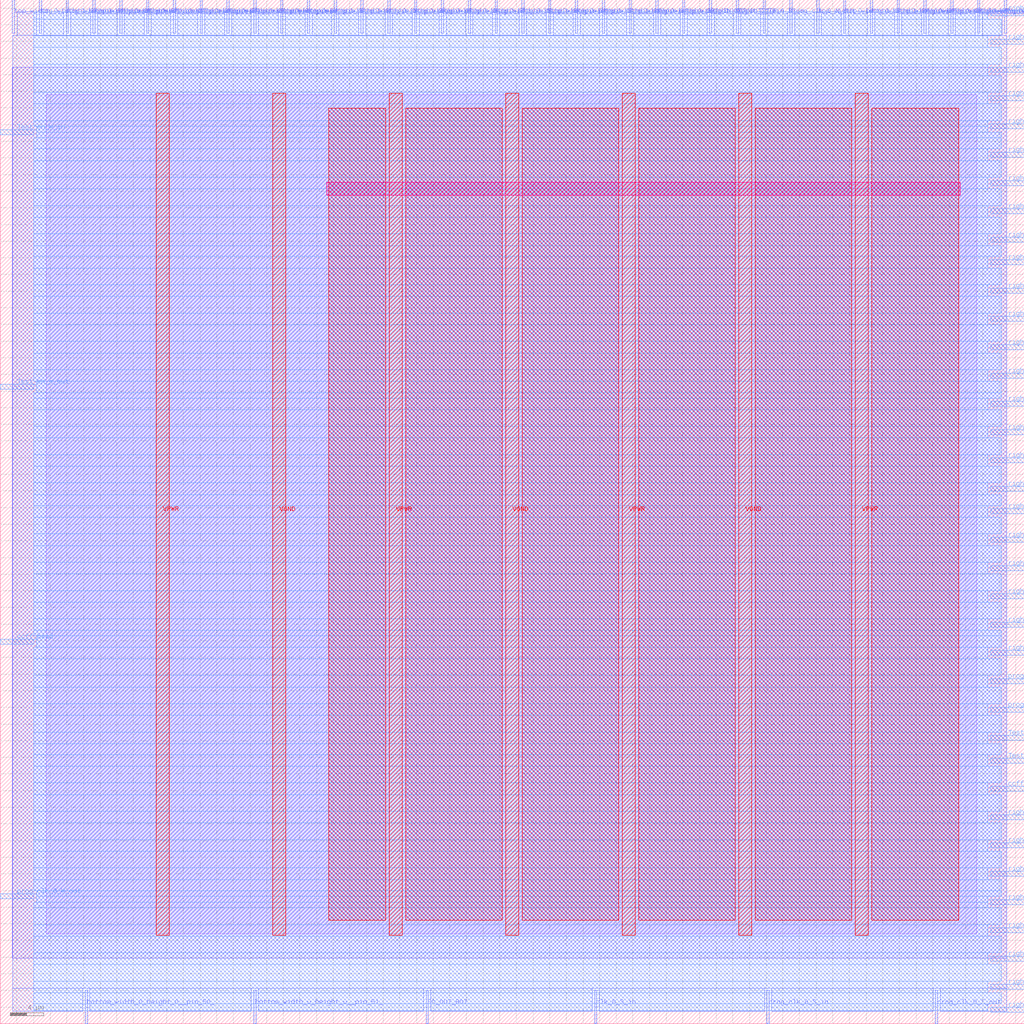
<source format=lef>
VERSION 5.7 ;
  NOWIREEXTENSIONATPIN ON ;
  DIVIDERCHAR "/" ;
  BUSBITCHARS "[]" ;
MACRO grid_clb
  CLASS BLOCK ;
  FOREIGN grid_clb ;
  ORIGIN 0.000 0.000 ;
  SIZE 123.000 BY 123.000 ;
  PIN SC_IN_TOP
    DIRECTION INPUT ;
    USE SIGNAL ;
    PORT
      LAYER met2 ;
        RECT 85.190 119.000 85.470 123.000 ;
    END
  END SC_IN_TOP
  PIN SC_OUT_BOT
    DIRECTION OUTPUT TRISTATE ;
    USE SIGNAL ;
    PORT
      LAYER met2 ;
        RECT 51.150 0.000 51.430 4.000 ;
    END
  END SC_OUT_BOT
  PIN SC_OUT_TOP
    DIRECTION OUTPUT TRISTATE ;
    USE SIGNAL ;
    PORT
      LAYER met2 ;
        RECT 88.410 119.000 88.690 123.000 ;
    END
  END SC_OUT_TOP
  PIN Test_en_E_in
    DIRECTION INPUT ;
    USE SIGNAL ;
    PORT
      LAYER met3 ;
        RECT 119.000 34.040 123.000 34.640 ;
    END
  END Test_en_E_in
  PIN Test_en_E_out
    DIRECTION OUTPUT TRISTATE ;
    USE SIGNAL ;
    PORT
      LAYER met3 ;
        RECT 119.000 31.320 123.000 31.920 ;
    END
  END Test_en_E_out
  PIN Test_en_W_in
    DIRECTION INPUT ;
    USE SIGNAL ;
    PORT
      LAYER met3 ;
        RECT 0.000 106.800 4.000 107.400 ;
    END
  END Test_en_W_in
  PIN Test_en_W_out
    DIRECTION OUTPUT TRISTATE ;
    USE SIGNAL ;
    PORT
      LAYER met3 ;
        RECT 0.000 76.200 4.000 76.800 ;
    END
  END Test_en_W_out
  PIN VGND
    DIRECTION INPUT ;
    USE GROUND ;
    PORT
      LAYER met4 ;
        RECT 32.710 10.640 34.310 111.760 ;
    END
    PORT
      LAYER met4 ;
        RECT 60.700 10.640 62.300 111.760 ;
    END
    PORT
      LAYER met4 ;
        RECT 88.690 10.640 90.290 111.760 ;
    END
  END VGND
  PIN VPWR
    DIRECTION INPUT ;
    USE POWER ;
    PORT
      LAYER met4 ;
        RECT 18.715 10.640 20.315 111.760 ;
    END
    PORT
      LAYER met4 ;
        RECT 46.705 10.640 48.305 111.760 ;
    END
    PORT
      LAYER met4 ;
        RECT 74.695 10.640 76.295 111.760 ;
    END
    PORT
      LAYER met4 ;
        RECT 102.685 10.640 104.285 111.760 ;
    END
  END VPWR
  PIN bottom_width_0_height_0__pin_50_
    DIRECTION OUTPUT TRISTATE ;
    USE SIGNAL ;
    PORT
      LAYER met2 ;
        RECT 10.210 0.000 10.490 4.000 ;
    END
  END bottom_width_0_height_0__pin_50_
  PIN bottom_width_0_height_0__pin_51_
    DIRECTION OUTPUT TRISTATE ;
    USE SIGNAL ;
    PORT
      LAYER met2 ;
        RECT 30.450 0.000 30.730 4.000 ;
    END
  END bottom_width_0_height_0__pin_51_
  PIN ccff_head
    DIRECTION INPUT ;
    USE SIGNAL ;
    PORT
      LAYER met3 ;
        RECT 0.000 45.600 4.000 46.200 ;
    END
  END ccff_head
  PIN ccff_tail
    DIRECTION OUTPUT TRISTATE ;
    USE SIGNAL ;
    PORT
      LAYER met3 ;
        RECT 119.000 27.920 123.000 28.520 ;
    END
  END ccff_tail
  PIN clk_0_N_in
    DIRECTION INPUT ;
    USE SIGNAL ;
    PORT
      LAYER met2 ;
        RECT 91.630 119.000 91.910 123.000 ;
    END
  END clk_0_N_in
  PIN clk_0_S_in
    DIRECTION INPUT ;
    USE SIGNAL ;
    PORT
      LAYER met2 ;
        RECT 71.390 0.000 71.670 4.000 ;
    END
  END clk_0_S_in
  PIN prog_clk_0_E_out
    DIRECTION OUTPUT TRISTATE ;
    USE SIGNAL ;
    PORT
      LAYER met3 ;
        RECT 119.000 40.840 123.000 41.440 ;
    END
  END prog_clk_0_E_out
  PIN prog_clk_0_N_in
    DIRECTION INPUT ;
    USE SIGNAL ;
    PORT
      LAYER met3 ;
        RECT 119.000 37.440 123.000 38.040 ;
    END
  END prog_clk_0_N_in
  PIN prog_clk_0_N_out
    DIRECTION OUTPUT TRISTATE ;
    USE SIGNAL ;
    PORT
      LAYER met2 ;
        RECT 94.850 119.000 95.130 123.000 ;
    END
  END prog_clk_0_N_out
  PIN prog_clk_0_S_in
    DIRECTION INPUT ;
    USE SIGNAL ;
    PORT
      LAYER met2 ;
        RECT 92.090 0.000 92.370 4.000 ;
    END
  END prog_clk_0_S_in
  PIN prog_clk_0_S_out
    DIRECTION OUTPUT TRISTATE ;
    USE SIGNAL ;
    PORT
      LAYER met2 ;
        RECT 112.330 0.000 112.610 4.000 ;
    END
  END prog_clk_0_S_out
  PIN prog_clk_0_W_out
    DIRECTION OUTPUT TRISTATE ;
    USE SIGNAL ;
    PORT
      LAYER met3 ;
        RECT 0.000 15.000 4.000 15.600 ;
    END
  END prog_clk_0_W_out
  PIN right_width_0_height_0__pin_16_
    DIRECTION INPUT ;
    USE SIGNAL ;
    PORT
      LAYER met3 ;
        RECT 119.000 44.240 123.000 44.840 ;
    END
  END right_width_0_height_0__pin_16_
  PIN right_width_0_height_0__pin_17_
    DIRECTION INPUT ;
    USE SIGNAL ;
    PORT
      LAYER met3 ;
        RECT 119.000 47.640 123.000 48.240 ;
    END
  END right_width_0_height_0__pin_17_
  PIN right_width_0_height_0__pin_18_
    DIRECTION INPUT ;
    USE SIGNAL ;
    PORT
      LAYER met3 ;
        RECT 119.000 51.040 123.000 51.640 ;
    END
  END right_width_0_height_0__pin_18_
  PIN right_width_0_height_0__pin_19_
    DIRECTION INPUT ;
    USE SIGNAL ;
    PORT
      LAYER met3 ;
        RECT 119.000 54.440 123.000 55.040 ;
    END
  END right_width_0_height_0__pin_19_
  PIN right_width_0_height_0__pin_20_
    DIRECTION INPUT ;
    USE SIGNAL ;
    PORT
      LAYER met3 ;
        RECT 119.000 57.840 123.000 58.440 ;
    END
  END right_width_0_height_0__pin_20_
  PIN right_width_0_height_0__pin_21_
    DIRECTION INPUT ;
    USE SIGNAL ;
    PORT
      LAYER met3 ;
        RECT 119.000 61.240 123.000 61.840 ;
    END
  END right_width_0_height_0__pin_21_
  PIN right_width_0_height_0__pin_22_
    DIRECTION INPUT ;
    USE SIGNAL ;
    PORT
      LAYER met3 ;
        RECT 119.000 63.960 123.000 64.560 ;
    END
  END right_width_0_height_0__pin_22_
  PIN right_width_0_height_0__pin_23_
    DIRECTION INPUT ;
    USE SIGNAL ;
    PORT
      LAYER met3 ;
        RECT 119.000 67.360 123.000 67.960 ;
    END
  END right_width_0_height_0__pin_23_
  PIN right_width_0_height_0__pin_24_
    DIRECTION INPUT ;
    USE SIGNAL ;
    PORT
      LAYER met3 ;
        RECT 119.000 70.760 123.000 71.360 ;
    END
  END right_width_0_height_0__pin_24_
  PIN right_width_0_height_0__pin_25_
    DIRECTION INPUT ;
    USE SIGNAL ;
    PORT
      LAYER met3 ;
        RECT 119.000 74.160 123.000 74.760 ;
    END
  END right_width_0_height_0__pin_25_
  PIN right_width_0_height_0__pin_26_
    DIRECTION INPUT ;
    USE SIGNAL ;
    PORT
      LAYER met3 ;
        RECT 119.000 77.560 123.000 78.160 ;
    END
  END right_width_0_height_0__pin_26_
  PIN right_width_0_height_0__pin_27_
    DIRECTION INPUT ;
    USE SIGNAL ;
    PORT
      LAYER met3 ;
        RECT 119.000 80.960 123.000 81.560 ;
    END
  END right_width_0_height_0__pin_27_
  PIN right_width_0_height_0__pin_28_
    DIRECTION INPUT ;
    USE SIGNAL ;
    PORT
      LAYER met3 ;
        RECT 119.000 84.360 123.000 84.960 ;
    END
  END right_width_0_height_0__pin_28_
  PIN right_width_0_height_0__pin_29_
    DIRECTION INPUT ;
    USE SIGNAL ;
    PORT
      LAYER met3 ;
        RECT 119.000 87.760 123.000 88.360 ;
    END
  END right_width_0_height_0__pin_29_
  PIN right_width_0_height_0__pin_30_
    DIRECTION INPUT ;
    USE SIGNAL ;
    PORT
      LAYER met3 ;
        RECT 119.000 91.160 123.000 91.760 ;
    END
  END right_width_0_height_0__pin_30_
  PIN right_width_0_height_0__pin_31_
    DIRECTION INPUT ;
    USE SIGNAL ;
    PORT
      LAYER met3 ;
        RECT 119.000 93.880 123.000 94.480 ;
    END
  END right_width_0_height_0__pin_31_
  PIN right_width_0_height_0__pin_42_lower
    DIRECTION OUTPUT TRISTATE ;
    USE SIGNAL ;
    PORT
      LAYER met3 ;
        RECT 119.000 1.400 123.000 2.000 ;
    END
  END right_width_0_height_0__pin_42_lower
  PIN right_width_0_height_0__pin_42_upper
    DIRECTION OUTPUT TRISTATE ;
    USE SIGNAL ;
    PORT
      LAYER met3 ;
        RECT 119.000 97.280 123.000 97.880 ;
    END
  END right_width_0_height_0__pin_42_upper
  PIN right_width_0_height_0__pin_43_lower
    DIRECTION OUTPUT TRISTATE ;
    USE SIGNAL ;
    PORT
      LAYER met3 ;
        RECT 119.000 4.120 123.000 4.720 ;
    END
  END right_width_0_height_0__pin_43_lower
  PIN right_width_0_height_0__pin_43_upper
    DIRECTION OUTPUT TRISTATE ;
    USE SIGNAL ;
    PORT
      LAYER met3 ;
        RECT 119.000 100.680 123.000 101.280 ;
    END
  END right_width_0_height_0__pin_43_upper
  PIN right_width_0_height_0__pin_44_lower
    DIRECTION OUTPUT TRISTATE ;
    USE SIGNAL ;
    PORT
      LAYER met3 ;
        RECT 119.000 7.520 123.000 8.120 ;
    END
  END right_width_0_height_0__pin_44_lower
  PIN right_width_0_height_0__pin_44_upper
    DIRECTION OUTPUT TRISTATE ;
    USE SIGNAL ;
    PORT
      LAYER met3 ;
        RECT 119.000 104.080 123.000 104.680 ;
    END
  END right_width_0_height_0__pin_44_upper
  PIN right_width_0_height_0__pin_45_lower
    DIRECTION OUTPUT TRISTATE ;
    USE SIGNAL ;
    PORT
      LAYER met3 ;
        RECT 119.000 10.920 123.000 11.520 ;
    END
  END right_width_0_height_0__pin_45_lower
  PIN right_width_0_height_0__pin_45_upper
    DIRECTION OUTPUT TRISTATE ;
    USE SIGNAL ;
    PORT
      LAYER met3 ;
        RECT 119.000 107.480 123.000 108.080 ;
    END
  END right_width_0_height_0__pin_45_upper
  PIN right_width_0_height_0__pin_46_lower
    DIRECTION OUTPUT TRISTATE ;
    USE SIGNAL ;
    PORT
      LAYER met3 ;
        RECT 119.000 14.320 123.000 14.920 ;
    END
  END right_width_0_height_0__pin_46_lower
  PIN right_width_0_height_0__pin_46_upper
    DIRECTION OUTPUT TRISTATE ;
    USE SIGNAL ;
    PORT
      LAYER met3 ;
        RECT 119.000 110.880 123.000 111.480 ;
    END
  END right_width_0_height_0__pin_46_upper
  PIN right_width_0_height_0__pin_47_lower
    DIRECTION OUTPUT TRISTATE ;
    USE SIGNAL ;
    PORT
      LAYER met3 ;
        RECT 119.000 17.720 123.000 18.320 ;
    END
  END right_width_0_height_0__pin_47_lower
  PIN right_width_0_height_0__pin_47_upper
    DIRECTION OUTPUT TRISTATE ;
    USE SIGNAL ;
    PORT
      LAYER met3 ;
        RECT 119.000 114.280 123.000 114.880 ;
    END
  END right_width_0_height_0__pin_47_upper
  PIN right_width_0_height_0__pin_48_lower
    DIRECTION OUTPUT TRISTATE ;
    USE SIGNAL ;
    PORT
      LAYER met3 ;
        RECT 119.000 21.120 123.000 21.720 ;
    END
  END right_width_0_height_0__pin_48_lower
  PIN right_width_0_height_0__pin_48_upper
    DIRECTION OUTPUT TRISTATE ;
    USE SIGNAL ;
    PORT
      LAYER met3 ;
        RECT 119.000 117.680 123.000 118.280 ;
    END
  END right_width_0_height_0__pin_48_upper
  PIN right_width_0_height_0__pin_49_lower
    DIRECTION OUTPUT TRISTATE ;
    USE SIGNAL ;
    PORT
      LAYER met3 ;
        RECT 119.000 24.520 123.000 25.120 ;
    END
  END right_width_0_height_0__pin_49_lower
  PIN right_width_0_height_0__pin_49_upper
    DIRECTION OUTPUT TRISTATE ;
    USE SIGNAL ;
    PORT
      LAYER met3 ;
        RECT 119.000 121.080 123.000 121.680 ;
    END
  END right_width_0_height_0__pin_49_upper
  PIN top_width_0_height_0__pin_0_
    DIRECTION INPUT ;
    USE SIGNAL ;
    PORT
      LAYER met2 ;
        RECT 27.230 119.000 27.510 123.000 ;
    END
  END top_width_0_height_0__pin_0_
  PIN top_width_0_height_0__pin_10_
    DIRECTION INPUT ;
    USE SIGNAL ;
    PORT
      LAYER met2 ;
        RECT 59.430 119.000 59.710 123.000 ;
    END
  END top_width_0_height_0__pin_10_
  PIN top_width_0_height_0__pin_11_
    DIRECTION INPUT ;
    USE SIGNAL ;
    PORT
      LAYER met2 ;
        RECT 62.650 119.000 62.930 123.000 ;
    END
  END top_width_0_height_0__pin_11_
  PIN top_width_0_height_0__pin_12_
    DIRECTION INPUT ;
    USE SIGNAL ;
    PORT
      LAYER met2 ;
        RECT 65.870 119.000 66.150 123.000 ;
    END
  END top_width_0_height_0__pin_12_
  PIN top_width_0_height_0__pin_13_
    DIRECTION INPUT ;
    USE SIGNAL ;
    PORT
      LAYER met2 ;
        RECT 69.090 119.000 69.370 123.000 ;
    END
  END top_width_0_height_0__pin_13_
  PIN top_width_0_height_0__pin_14_
    DIRECTION INPUT ;
    USE SIGNAL ;
    PORT
      LAYER met2 ;
        RECT 72.310 119.000 72.590 123.000 ;
    END
  END top_width_0_height_0__pin_14_
  PIN top_width_0_height_0__pin_15_
    DIRECTION INPUT ;
    USE SIGNAL ;
    PORT
      LAYER met2 ;
        RECT 75.530 119.000 75.810 123.000 ;
    END
  END top_width_0_height_0__pin_15_
  PIN top_width_0_height_0__pin_1_
    DIRECTION INPUT ;
    USE SIGNAL ;
    PORT
      LAYER met2 ;
        RECT 30.450 119.000 30.730 123.000 ;
    END
  END top_width_0_height_0__pin_1_
  PIN top_width_0_height_0__pin_2_
    DIRECTION INPUT ;
    USE SIGNAL ;
    PORT
      LAYER met2 ;
        RECT 33.670 119.000 33.950 123.000 ;
    END
  END top_width_0_height_0__pin_2_
  PIN top_width_0_height_0__pin_32_
    DIRECTION INPUT ;
    USE SIGNAL ;
    PORT
      LAYER met2 ;
        RECT 78.750 119.000 79.030 123.000 ;
    END
  END top_width_0_height_0__pin_32_
  PIN top_width_0_height_0__pin_33_
    DIRECTION INPUT ;
    USE SIGNAL ;
    PORT
      LAYER met2 ;
        RECT 81.970 119.000 82.250 123.000 ;
    END
  END top_width_0_height_0__pin_33_
  PIN top_width_0_height_0__pin_34_lower
    DIRECTION OUTPUT TRISTATE ;
    USE SIGNAL ;
    PORT
      LAYER met2 ;
        RECT 98.070 119.000 98.350 123.000 ;
    END
  END top_width_0_height_0__pin_34_lower
  PIN top_width_0_height_0__pin_34_upper
    DIRECTION OUTPUT TRISTATE ;
    USE SIGNAL ;
    PORT
      LAYER met2 ;
        RECT 1.470 119.000 1.750 123.000 ;
    END
  END top_width_0_height_0__pin_34_upper
  PIN top_width_0_height_0__pin_35_lower
    DIRECTION OUTPUT TRISTATE ;
    USE SIGNAL ;
    PORT
      LAYER met2 ;
        RECT 101.290 119.000 101.570 123.000 ;
    END
  END top_width_0_height_0__pin_35_lower
  PIN top_width_0_height_0__pin_35_upper
    DIRECTION OUTPUT TRISTATE ;
    USE SIGNAL ;
    PORT
      LAYER met2 ;
        RECT 4.690 119.000 4.970 123.000 ;
    END
  END top_width_0_height_0__pin_35_upper
  PIN top_width_0_height_0__pin_36_lower
    DIRECTION OUTPUT TRISTATE ;
    USE SIGNAL ;
    PORT
      LAYER met2 ;
        RECT 104.510 119.000 104.790 123.000 ;
    END
  END top_width_0_height_0__pin_36_lower
  PIN top_width_0_height_0__pin_36_upper
    DIRECTION OUTPUT TRISTATE ;
    USE SIGNAL ;
    PORT
      LAYER met2 ;
        RECT 7.910 119.000 8.190 123.000 ;
    END
  END top_width_0_height_0__pin_36_upper
  PIN top_width_0_height_0__pin_37_lower
    DIRECTION OUTPUT TRISTATE ;
    USE SIGNAL ;
    PORT
      LAYER met2 ;
        RECT 107.730 119.000 108.010 123.000 ;
    END
  END top_width_0_height_0__pin_37_lower
  PIN top_width_0_height_0__pin_37_upper
    DIRECTION OUTPUT TRISTATE ;
    USE SIGNAL ;
    PORT
      LAYER met2 ;
        RECT 11.130 119.000 11.410 123.000 ;
    END
  END top_width_0_height_0__pin_37_upper
  PIN top_width_0_height_0__pin_38_lower
    DIRECTION OUTPUT TRISTATE ;
    USE SIGNAL ;
    PORT
      LAYER met2 ;
        RECT 110.950 119.000 111.230 123.000 ;
    END
  END top_width_0_height_0__pin_38_lower
  PIN top_width_0_height_0__pin_38_upper
    DIRECTION OUTPUT TRISTATE ;
    USE SIGNAL ;
    PORT
      LAYER met2 ;
        RECT 14.350 119.000 14.630 123.000 ;
    END
  END top_width_0_height_0__pin_38_upper
  PIN top_width_0_height_0__pin_39_lower
    DIRECTION OUTPUT TRISTATE ;
    USE SIGNAL ;
    PORT
      LAYER met2 ;
        RECT 114.170 119.000 114.450 123.000 ;
    END
  END top_width_0_height_0__pin_39_lower
  PIN top_width_0_height_0__pin_39_upper
    DIRECTION OUTPUT TRISTATE ;
    USE SIGNAL ;
    PORT
      LAYER met2 ;
        RECT 17.570 119.000 17.850 123.000 ;
    END
  END top_width_0_height_0__pin_39_upper
  PIN top_width_0_height_0__pin_3_
    DIRECTION INPUT ;
    USE SIGNAL ;
    PORT
      LAYER met2 ;
        RECT 36.890 119.000 37.170 123.000 ;
    END
  END top_width_0_height_0__pin_3_
  PIN top_width_0_height_0__pin_40_lower
    DIRECTION OUTPUT TRISTATE ;
    USE SIGNAL ;
    PORT
      LAYER met2 ;
        RECT 117.390 119.000 117.670 123.000 ;
    END
  END top_width_0_height_0__pin_40_lower
  PIN top_width_0_height_0__pin_40_upper
    DIRECTION OUTPUT TRISTATE ;
    USE SIGNAL ;
    PORT
      LAYER met2 ;
        RECT 20.790 119.000 21.070 123.000 ;
    END
  END top_width_0_height_0__pin_40_upper
  PIN top_width_0_height_0__pin_41_lower
    DIRECTION OUTPUT TRISTATE ;
    USE SIGNAL ;
    PORT
      LAYER met2 ;
        RECT 120.610 119.000 120.890 123.000 ;
    END
  END top_width_0_height_0__pin_41_lower
  PIN top_width_0_height_0__pin_41_upper
    DIRECTION OUTPUT TRISTATE ;
    USE SIGNAL ;
    PORT
      LAYER met2 ;
        RECT 24.010 119.000 24.290 123.000 ;
    END
  END top_width_0_height_0__pin_41_upper
  PIN top_width_0_height_0__pin_4_
    DIRECTION INPUT ;
    USE SIGNAL ;
    PORT
      LAYER met2 ;
        RECT 40.110 119.000 40.390 123.000 ;
    END
  END top_width_0_height_0__pin_4_
  PIN top_width_0_height_0__pin_5_
    DIRECTION INPUT ;
    USE SIGNAL ;
    PORT
      LAYER met2 ;
        RECT 43.330 119.000 43.610 123.000 ;
    END
  END top_width_0_height_0__pin_5_
  PIN top_width_0_height_0__pin_6_
    DIRECTION INPUT ;
    USE SIGNAL ;
    PORT
      LAYER met2 ;
        RECT 46.550 119.000 46.830 123.000 ;
    END
  END top_width_0_height_0__pin_6_
  PIN top_width_0_height_0__pin_7_
    DIRECTION INPUT ;
    USE SIGNAL ;
    PORT
      LAYER met2 ;
        RECT 49.770 119.000 50.050 123.000 ;
    END
  END top_width_0_height_0__pin_7_
  PIN top_width_0_height_0__pin_8_
    DIRECTION INPUT ;
    USE SIGNAL ;
    PORT
      LAYER met2 ;
        RECT 52.990 119.000 53.270 123.000 ;
    END
  END top_width_0_height_0__pin_8_
  PIN top_width_0_height_0__pin_9_
    DIRECTION INPUT ;
    USE SIGNAL ;
    PORT
      LAYER met2 ;
        RECT 56.210 119.000 56.490 123.000 ;
    END
  END top_width_0_height_0__pin_9_
  OBS
      LAYER li1 ;
        RECT 5.520 10.795 117.300 111.605 ;
      LAYER met1 ;
        RECT 1.450 7.860 120.910 114.880 ;
      LAYER met2 ;
        RECT 2.030 118.720 4.410 121.565 ;
        RECT 5.250 118.720 7.630 121.565 ;
        RECT 8.470 118.720 10.850 121.565 ;
        RECT 11.690 118.720 14.070 121.565 ;
        RECT 14.910 118.720 17.290 121.565 ;
        RECT 18.130 118.720 20.510 121.565 ;
        RECT 21.350 118.720 23.730 121.565 ;
        RECT 24.570 118.720 26.950 121.565 ;
        RECT 27.790 118.720 30.170 121.565 ;
        RECT 31.010 118.720 33.390 121.565 ;
        RECT 34.230 118.720 36.610 121.565 ;
        RECT 37.450 118.720 39.830 121.565 ;
        RECT 40.670 118.720 43.050 121.565 ;
        RECT 43.890 118.720 46.270 121.565 ;
        RECT 47.110 118.720 49.490 121.565 ;
        RECT 50.330 118.720 52.710 121.565 ;
        RECT 53.550 118.720 55.930 121.565 ;
        RECT 56.770 118.720 59.150 121.565 ;
        RECT 59.990 118.720 62.370 121.565 ;
        RECT 63.210 118.720 65.590 121.565 ;
        RECT 66.430 118.720 68.810 121.565 ;
        RECT 69.650 118.720 72.030 121.565 ;
        RECT 72.870 118.720 75.250 121.565 ;
        RECT 76.090 118.720 78.470 121.565 ;
        RECT 79.310 118.720 81.690 121.565 ;
        RECT 82.530 118.720 84.910 121.565 ;
        RECT 85.750 118.720 88.130 121.565 ;
        RECT 88.970 118.720 91.350 121.565 ;
        RECT 92.190 118.720 94.570 121.565 ;
        RECT 95.410 118.720 97.790 121.565 ;
        RECT 98.630 118.720 101.010 121.565 ;
        RECT 101.850 118.720 104.230 121.565 ;
        RECT 105.070 118.720 107.450 121.565 ;
        RECT 108.290 118.720 110.670 121.565 ;
        RECT 111.510 118.720 113.890 121.565 ;
        RECT 114.730 118.720 117.110 121.565 ;
        RECT 117.950 118.720 120.330 121.565 ;
        RECT 1.480 4.280 120.880 118.720 ;
        RECT 1.480 1.515 9.930 4.280 ;
        RECT 10.770 1.515 30.170 4.280 ;
        RECT 31.010 1.515 50.870 4.280 ;
        RECT 51.710 1.515 71.110 4.280 ;
        RECT 71.950 1.515 91.810 4.280 ;
        RECT 92.650 1.515 112.050 4.280 ;
        RECT 112.890 1.515 120.880 4.280 ;
      LAYER met3 ;
        RECT 4.000 120.680 118.600 121.545 ;
        RECT 4.000 118.680 120.210 120.680 ;
        RECT 4.000 117.280 118.600 118.680 ;
        RECT 4.000 115.280 120.210 117.280 ;
        RECT 4.000 113.880 118.600 115.280 ;
        RECT 4.000 111.880 120.210 113.880 ;
        RECT 4.000 110.480 118.600 111.880 ;
        RECT 4.000 108.480 120.210 110.480 ;
        RECT 4.000 107.800 118.600 108.480 ;
        RECT 4.400 107.080 118.600 107.800 ;
        RECT 4.400 106.400 120.210 107.080 ;
        RECT 4.000 105.080 120.210 106.400 ;
        RECT 4.000 103.680 118.600 105.080 ;
        RECT 4.000 101.680 120.210 103.680 ;
        RECT 4.000 100.280 118.600 101.680 ;
        RECT 4.000 98.280 120.210 100.280 ;
        RECT 4.000 96.880 118.600 98.280 ;
        RECT 4.000 94.880 120.210 96.880 ;
        RECT 4.000 93.480 118.600 94.880 ;
        RECT 4.000 92.160 120.210 93.480 ;
        RECT 4.000 90.760 118.600 92.160 ;
        RECT 4.000 88.760 120.210 90.760 ;
        RECT 4.000 87.360 118.600 88.760 ;
        RECT 4.000 85.360 120.210 87.360 ;
        RECT 4.000 83.960 118.600 85.360 ;
        RECT 4.000 81.960 120.210 83.960 ;
        RECT 4.000 80.560 118.600 81.960 ;
        RECT 4.000 78.560 120.210 80.560 ;
        RECT 4.000 77.200 118.600 78.560 ;
        RECT 4.400 77.160 118.600 77.200 ;
        RECT 4.400 75.800 120.210 77.160 ;
        RECT 4.000 75.160 120.210 75.800 ;
        RECT 4.000 73.760 118.600 75.160 ;
        RECT 4.000 71.760 120.210 73.760 ;
        RECT 4.000 70.360 118.600 71.760 ;
        RECT 4.000 68.360 120.210 70.360 ;
        RECT 4.000 66.960 118.600 68.360 ;
        RECT 4.000 64.960 120.210 66.960 ;
        RECT 4.000 63.560 118.600 64.960 ;
        RECT 4.000 62.240 120.210 63.560 ;
        RECT 4.000 60.840 118.600 62.240 ;
        RECT 4.000 58.840 120.210 60.840 ;
        RECT 4.000 57.440 118.600 58.840 ;
        RECT 4.000 55.440 120.210 57.440 ;
        RECT 4.000 54.040 118.600 55.440 ;
        RECT 4.000 52.040 120.210 54.040 ;
        RECT 4.000 50.640 118.600 52.040 ;
        RECT 4.000 48.640 120.210 50.640 ;
        RECT 4.000 47.240 118.600 48.640 ;
        RECT 4.000 46.600 120.210 47.240 ;
        RECT 4.400 45.240 120.210 46.600 ;
        RECT 4.400 45.200 118.600 45.240 ;
        RECT 4.000 43.840 118.600 45.200 ;
        RECT 4.000 41.840 120.210 43.840 ;
        RECT 4.000 40.440 118.600 41.840 ;
        RECT 4.000 38.440 120.210 40.440 ;
        RECT 4.000 37.040 118.600 38.440 ;
        RECT 4.000 35.040 120.210 37.040 ;
        RECT 4.000 33.640 118.600 35.040 ;
        RECT 4.000 32.320 120.210 33.640 ;
        RECT 4.000 30.920 118.600 32.320 ;
        RECT 4.000 28.920 120.210 30.920 ;
        RECT 4.000 27.520 118.600 28.920 ;
        RECT 4.000 25.520 120.210 27.520 ;
        RECT 4.000 24.120 118.600 25.520 ;
        RECT 4.000 22.120 120.210 24.120 ;
        RECT 4.000 20.720 118.600 22.120 ;
        RECT 4.000 18.720 120.210 20.720 ;
        RECT 4.000 17.320 118.600 18.720 ;
        RECT 4.000 16.000 120.210 17.320 ;
        RECT 4.400 15.320 120.210 16.000 ;
        RECT 4.400 14.600 118.600 15.320 ;
        RECT 4.000 13.920 118.600 14.600 ;
        RECT 4.000 11.920 120.210 13.920 ;
        RECT 4.000 10.520 118.600 11.920 ;
        RECT 4.000 8.520 120.210 10.520 ;
        RECT 4.000 7.120 118.600 8.520 ;
        RECT 4.000 5.120 120.210 7.120 ;
        RECT 4.000 3.720 118.600 5.120 ;
        RECT 4.000 2.400 120.210 3.720 ;
        RECT 4.000 1.535 118.600 2.400 ;
      LAYER met4 ;
        RECT 39.430 12.415 46.305 109.985 ;
        RECT 48.705 12.415 60.300 109.985 ;
        RECT 62.700 12.415 74.295 109.985 ;
        RECT 76.695 12.415 88.290 109.985 ;
        RECT 90.690 12.415 102.285 109.985 ;
        RECT 104.685 12.415 115.130 109.985 ;
      LAYER met5 ;
        RECT 39.220 99.500 115.340 101.100 ;
  END
END grid_clb
END LIBRARY


</source>
